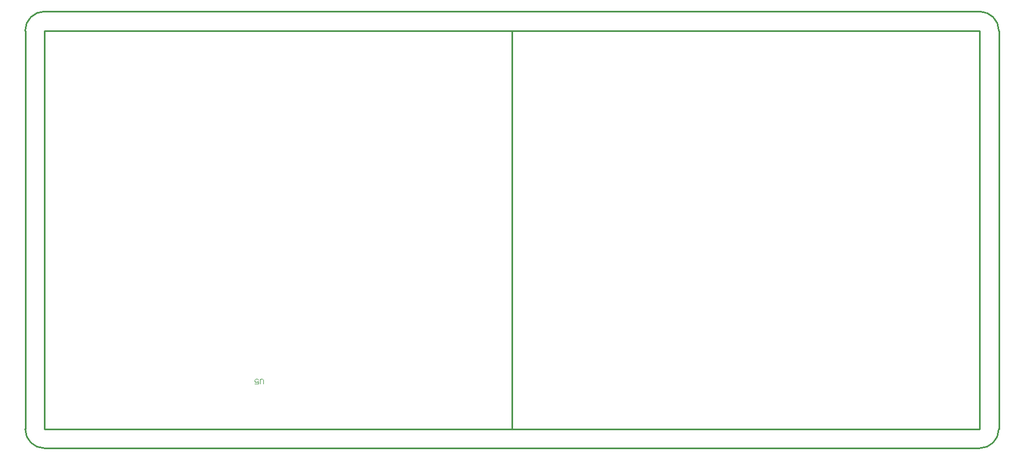
<source format=gm1>
G04*
G04 #@! TF.GenerationSoftware,Altium Limited,Altium Designer,24.5.2 (23)*
G04*
G04 Layer_Color=16711935*
%FSLAX25Y25*%
%MOIN*%
G70*
G04*
G04 #@! TF.SameCoordinates,392925F4-2C65-46F8-8396-EB9CC80DF0C9*
G04*
G04*
G04 #@! TF.FilePolarity,Positive*
G04*
G01*
G75*
%ADD13C,0.01000*%
%ADD118C,0.00394*%
D13*
X699500Y488689D02*
G03*
X687689Y500500I-11811J0D01*
G01*
Y231500D02*
G03*
X699500Y243311I0J11811D01*
G01*
X112311Y500500D02*
G03*
X100500Y488689I0J-11811D01*
G01*
Y243311D02*
G03*
X112311Y231500I11811J0D01*
G01*
X112311Y243311D02*
X687689D01*
X112311Y488689D02*
X687689D01*
Y243311D02*
Y488689D01*
X112311Y243311D02*
Y488689D01*
X112311Y231500D02*
X687689D01*
X112311Y500500D02*
X687689D01*
X699500Y243311D02*
Y488689D01*
X100500Y243311D02*
Y488689D01*
X400000Y243311D02*
Y488689D01*
D118*
X246994Y271107D02*
Y273730D01*
X246469Y274255D01*
X245419D01*
X244895Y273730D01*
Y271107D01*
X241746D02*
X243845D01*
Y272681D01*
X242796Y272156D01*
X242271D01*
X241746Y272681D01*
Y273730D01*
X242271Y274255D01*
X243320D01*
X243845Y273730D01*
M02*

</source>
